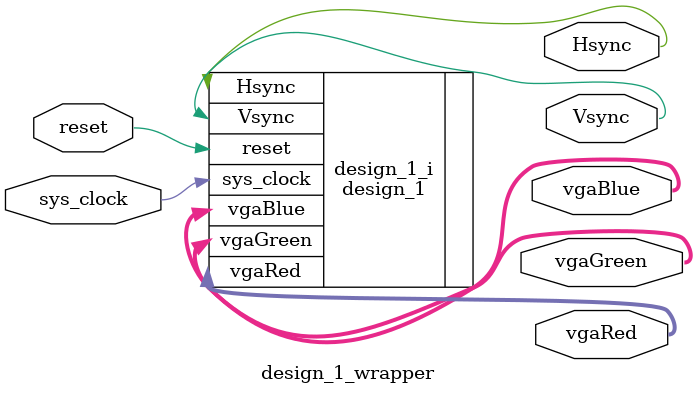
<source format=v>
`timescale 1 ps / 1 ps

module design_1_wrapper
   (Hsync,
    Vsync,
    reset,
    sys_clock,
    vgaBlue,
    vgaGreen,
    vgaRed);
  output Hsync;
  output Vsync;
  input reset;
  input sys_clock;
  output [3:0]vgaBlue;
  output [3:0]vgaGreen;
  output [3:0]vgaRed;

  wire Hsync;
  wire Vsync;
  wire reset;
  wire sys_clock;
  wire [3:0]vgaBlue;
  wire [3:0]vgaGreen;
  wire [3:0]vgaRed;

  design_1 design_1_i
       (.Hsync(Hsync),
        .Vsync(Vsync),
        .reset(reset),
        .sys_clock(sys_clock),
        .vgaBlue(vgaBlue),
        .vgaGreen(vgaGreen),
        .vgaRed(vgaRed));
endmodule

</source>
